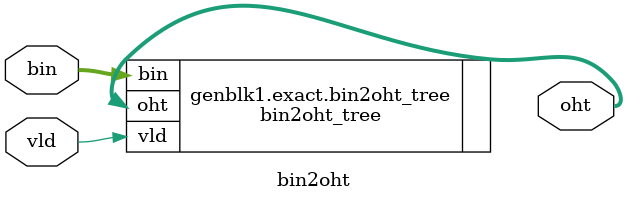
<source format=sv>

module bin2oht #(
    // size parameters
    parameter  int unsigned WIDTH = 32,
    parameter  int unsigned SPLIT = 2,
    // size local parameters
    localparam int unsigned WIDTH_LOG = $clog2(WIDTH),
    localparam int unsigned SPLIT_LOG = $clog2(SPLIT),
    // implementation (see `bin2oht_base` for details)
    parameter  int unsigned IMPLEMENTATION = 0
)(
    input  logic                 vld,  // valid
    input  logic [WIDTH_LOG-1:0] bin,  // binary
    output logic [WIDTH    -1:0] oht   // one-hot
);

    // SPLIT to the power of POWER_LOG (logarithm of WIDTH base SPLIT rounded up)
    localparam int unsigned POWER_LOG = WIDTH_LOG/SPLIT_LOG + (WIDTH_LOG%SPLIT_LOG>0 ? 1 : 0);
    localparam int unsigned POWER     = SPLIT**POWER_LOG;

    generate
    // if SPLIT is not a power of 2
    if (SPLIT != (2**SPLIT_LOG)) begin: validation

        $error("Parameter SPLIT is not a power of 2.");

    end: validation
    // if WIDTH is not a power of SPLIT
    else if (WIDTH != POWER) begin: extend

        logic [POWER-1:0] oht_tmp;
        
        bin2oht_tree #(
            .WIDTH (POWER),
            .SPLIT (SPLIT),
            .IMPLEMENTATION (IMPLEMENTATION)
        ) bin2oht_tree (
            .vld (vld),
            .bin (bin),
            .oht (oht_tmp)
        );

        // crop the output vector
        assign oht = WIDTH'(oht_tmp);

    end: extend
    // width is a power of split
    else begin: exact

        bin2oht_tree #(
            .WIDTH (WIDTH),
            .SPLIT (SPLIT),
            .IMPLEMENTATION (IMPLEMENTATION)
        ) bin2oht_tree (
            .vld (vld),
            .bin (bin),
            .oht (oht)
        );

    end: exact
    endgenerate

endmodule: bin2oht

</source>
